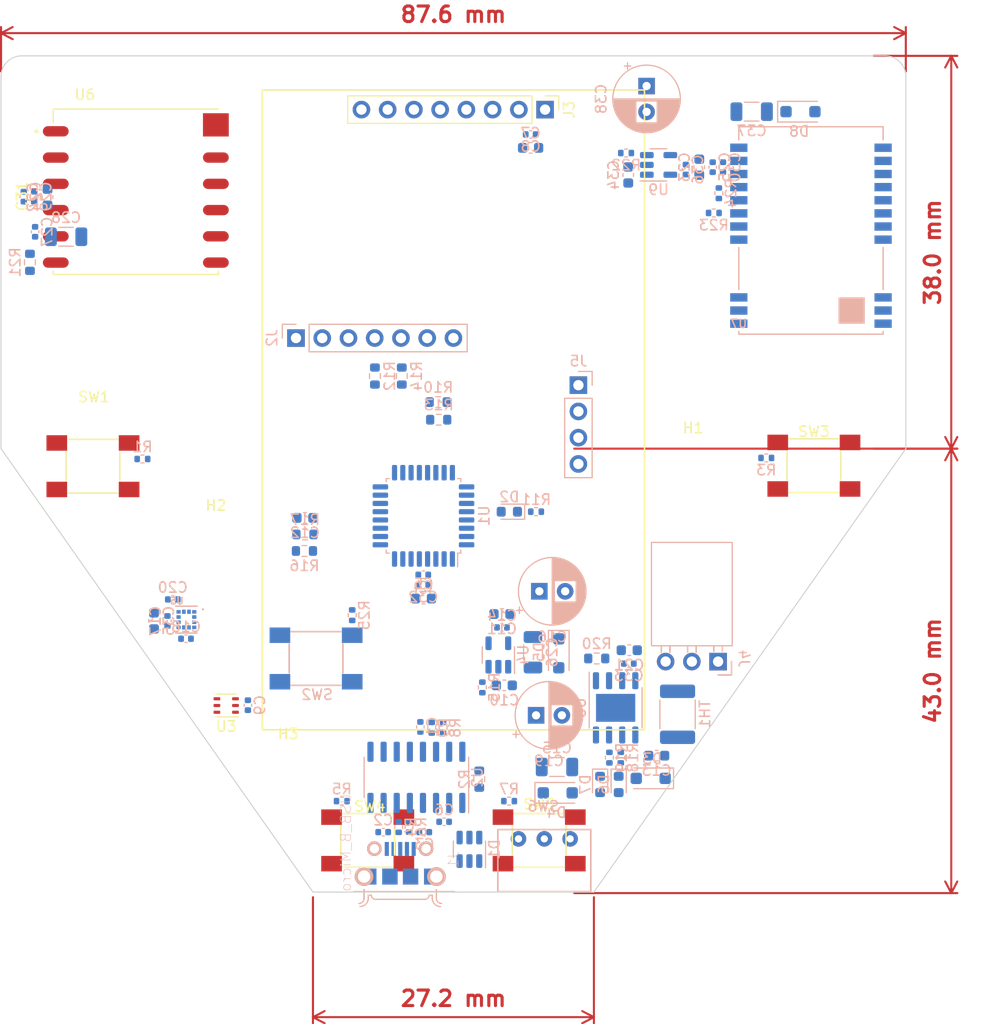
<source format=kicad_pcb>
(kicad_pcb (version 20221018) (generator pcbnew)
  (layers (0 "F.Cu" signal) (1 "In1.Cu" signal) (2 "In2.Cu" signal) (31 "B.Cu" signal) (34 "B.Paste" user) (35 "F.Paste" user) (36 "B.SilkS" user "B.Silkscreen") (37 "F.SilkS" user "F.Silkscreen") (38 "B.Mask" user) (39 "F.Mask" user) (44 "Edge.Cuts" user))
  (net 0 "")
  (net 1 "/~{DTR}")
  (net 2 "Net-(U1-NRST)")
  (net 3 "/USB+")
  (net 4 "GND")
  (net 5 "/USB-")
  (net 6 "VCC")
  (net 7 "+BATT")
  (net 8 "/VBATT_DIV")
  (net 9 "/BATT_DIRECT")
  (net 10 "Net-(U5-C1)")
  (net 11 "VBUS")
  (net 14 "Net-(D2-K)")
  (net 15 "/LED")
  (net 16 "Net-(D6-K)")
  (net 17 "Net-(D7-K)")
  (net 18 "Net-(D7-A)")
  (net 20 "Net-(J2-Pin_4)")
  (net 21 "Net-(J2-Pin_5)")
  (net 22 "/SCL")
  (net 23 "/SDA")
  (net 24 "/SCREEN_DC")
  (net 25 "/SCREEN_CS")
  (net 26 "/SCK")
  (net 27 "/MOSI")
  (net 28 "/SCREEN_RESETN")
  (net 29 "/SCREEN_BLK")
  (net 30 "Net-(J4-Pin_1)")
  (net 32 "/SWDIO")
  (net 33 "/BOOT0")
  (net 34 "/SW1")
  (net 35 "Net-(R1-Pad2)")
  (net 36 "/SW2")
  (net 37 "Net-(R3-Pad2)")
  (net 38 "Net-(U2-UD+)")
  (net 39 "/SW3")
  (net 40 "Net-(R5-Pad2)")
  (net 41 "Net-(U2-UD-)")
  (net 42 "/SW4")
  (net 43 "Net-(R7-Pad2)")
  (net 44 "Net-(U2-TXD)")
  (net 45 "/USART_TXD")
  (net 46 "Net-(U2-RXD)")
  (net 47 "/USART_RXD")
  (net 48 "/AUX1")
  (net 49 "/AUX2")
  (net 50 "Net-(U4-EN)")
  (net 51 "/~{STDBY}")
  (net 52 "/~{CHRG}")
  (net 53 "Net-(U8-PROG)")
  (net 54 "/COMPASS_CS")
  (net 55 "/GPS_RXD")
  (net 56 "/GPS_TXD")
  (net 57 "/MISO")
  (net 78 "/RADIO_PWR")
  (net 79 "Net-(U9-EN)")
  (net 80 "/RADIO_RXEN")
  (net 81 "/RADIO_CS")
  (net 83 "/RADIO_DIO1")
  (net 84 "/RADIO_BUSY")
  (net 85 "Net-(U7-DIO2)")
  (net 90 "Net-(U6-V_BCKP)")
  (net 91 "Net-(U7-RXEN)")
  (net 92 "Net-(U7-TXEN)")
  (net 93 "Net-(R25-Pad1)")
  (footprint "Connector_PinHeader_2.54mm:PinHeader_1x08_P2.54mm_Vertical" (layer "F.Cu") (at 123.675 57.2 -90)
    (fp_text reference "J3" (at 0 -2.33 90) (layer "F.SilkS"))
    (fp_text value "Conn_01x08")
    (pad "1" thru_hole rect (at 0 0 270) (size 1.7 1.7) (drill 1) (layers "*.Cu" "*.Mask") (net 4 "GND"))
    (pad "2" thru_hole oval (at 0 2.54 270) (size 1.7 1.7) (drill 1) (layers "*.Cu" "*.Mask") (net 6 "VCC"))
    (pad "3" thru_hole oval (at 0 5.08 270) (size 1.7 1.7) (drill 1) (layers "*.Cu" "*.Mask") (net 24 "/SCREEN_DC"))
    (pad "4" thru_hole oval (at 0 7.62 270) (size 1.7 1.7) (drill 1) (layers "*.Cu" "*.Mask") (net 25 "/SCREEN_CS"))
    (pad "5" thru_hole oval (at 0 10.16 270) (size 1.7 1.7) (drill 1) (layers "*.Cu" "*.Mask") (net 26 "/SCK"))
    (pad "6" thru_hole oval (at 0 12.7 270) (size 1.7 1.7) (drill 1) (layers "*.Cu" "*.Mask") (net 27 "/MOSI"))
    (pad "7" thru_hole oval (at 0 15.24 270) (size 1.7 1.7) (drill 1) (layers "*.Cu" "*.Mask") (net 28 "/SCREEN_RESETN"))
    (pad "8" thru_hole oval (at 0 17.78 270) (size 1.7 1.7) (drill 1) (layers "*.Cu" "*.Mask") (net 29 "/SCREEN_BLK"))
  )
  (footprint "OptoDevice:Lite-On_LTR-303ALS-01" (layer "F.Cu") (at 92.8 114.85 180)
    (fp_text reference "U3" (at 0 -2.025) (layer "F.SilkS"))
    (fp_text value "LTR-303ALS-01")
    (pad "1" smd roundrect (at -0.9 -0.65 180) (size 0.65 0.3) (layers "F.Cu" "F.Paste" "F.Mask") (net 6 "VCC"))
    (pad "2" smd roundrect (at -0.9 0 180) (size 0.65 0.3) (layers "F.Cu" "F.Paste" "F.Mask"))
    (pad "3" smd roundrect (at -0.9 0.65 180) (size 0.65 0.3) (layers "F.Cu" "F.Paste" "F.Mask") (net 4 "GND"))
    (pad "4" smd roundrect (at 0.9 0.65 180) (size 0.65 0.3) (layers "F.Cu" "F.Paste" "F.Mask") (net 22 "/SCL"))
    (pad "5" smd roundrect (at 0.9 0 180) (size 0.65 0.3) (layers "F.Cu" "F.Paste" "F.Mask"))
    (pad "6" smd roundrect (at 0.9 -0.65 180) (size 0.65 0.3) (layers "F.Cu" "F.Paste" "F.Mask") (net 23 "/SDA"))
  )
  (footprint "Homebrew:SW_TACTILE_5.1MM_TS-1187A-C-D-B" (layer "F.Cu") (at 149.7 91.65)
    (fp_text reference "SW3" (at 0 -3.3) (layer "F.SilkS"))
    (fp_text value "SW_Push" hide)
    (pad "1" smd rect (at -3.5 -2.25) (size 2 1.5) (layers "F.Cu" "F.Paste" "F.Mask") (net 37 "Net-(R3-Pad2)"))
    (pad "1" smd rect (at 3.5 -2.25) (size 2 1.5) (layers "F.Cu" "F.Paste" "F.Mask") (net 37 "Net-(R3-Pad2)"))
    (pad "2" smd rect (at -3.5 2.25) (size 2 1.5) (layers "F.Cu" "F.Paste" "F.Mask") (net 4 "GND"))
    (pad "2" smd rect (at 3.5 2.25) (size 2 1.5) (layers "F.Cu" "F.Paste" "F.Mask") (net 4 "GND"))
  )
  (footprint "Homebrew:SW_TACTILE_5.1MM_TS-1187A-C-D-B" (layer "F.Cu") (at 123.1 127.9)
    (fp_text reference "SW5" (at 0 -3.5) (layer "F.SilkS"))
    (fp_text value "SW_Push" hide)
    (pad "1" smd rect (at -3.5 -2.25) (size 2 1.5) (layers "F.Cu" "F.Paste" "F.Mask") (net 43 "Net-(R7-Pad2)"))
    (pad "1" smd rect (at 3.5 -2.25) (size 2 1.5) (layers "F.Cu" "F.Paste" "F.Mask") (net 43 "Net-(R7-Pad2)"))
    (pad "2" smd rect (at -3.5 2.25) (size 2 1.5) (layers "F.Cu" "F.Paste" "F.Mask") (net 4 "GND"))
    (pad "2" smd rect (at 3.5 2.25) (size 2 1.5) (layers "F.Cu" "F.Paste" "F.Mask") (net 4 "GND"))
  )
  (footprint "MountingHole:MountingHole_3.2mm_M3" (layer "F.Cu") (at 98.8 121.8)
    (fp_text reference "H3" (at 0 -4.2) (layer "F.SilkS"))
    (fp_text value "MountingHole")
    (pad "" np_thru_hole circle (at 0 0) (size 3.2 3.2) (drill 3.2) (layers "*.Cu" "*.Mask"))
  )
  (footprint "Homebrew:SW_TACTILE_5.1MM_TS-1187A-C-D-B" (layer "F.Cu") (at 79.9 91.7)
    (fp_text reference "SW1" (at 0.1 -6.7) (layer "F.SilkS"))
    (fp_text value "SW_Push")
    (pad "1" smd rect (at -3.5 -2.25) (size 2 1.5) (layers "F.Cu" "F.Paste" "F.Mask") (net 35 "Net-(R1-Pad2)"))
    (pad "1" smd rect (at 3.5 -2.25) (size 2 1.5) (layers "F.Cu" "F.Paste" "F.Mask") (net 35 "Net-(R1-Pad2)"))
    (pad "2" smd rect (at -3.5 2.25) (size 2 1.5) (layers "F.Cu" "F.Paste" "F.Mask") (net 4 "GND"))
    (pad "2" smd rect (at 3.5 2.25) (size 2 1.5) (layers "F.Cu" "F.Paste" "F.Mask") (net 4 "GND"))
  )
  (footprint "MountingHole:MountingHole_3.2mm_M3" (layer "F.Cu") (at 91.8 99.7)
    (fp_text reference "H2" (at 0 -4.2) (layer "F.SilkS"))
    (fp_text value "MountingHole")
    (pad "" np_thru_hole circle (at 0 0) (size 3.2 3.2) (drill 3.2) (layers "*.Cu" "*.Mask"))
  )
  (footprint "MountingHole:MountingHole_3.2mm_M3" (layer "F.Cu") (at 138 92.2)
    (fp_text reference "H1" (at 0 -4.2) (layer "F.SilkS"))
    (fp_text value "MountingHole")
    (pad "" np_thru_hole circle (at 0 0) (size 3.2 3.2) (drill 3.2) (layers "*.Cu" "*.Mask"))
  )
  (footprint "Capacitor_SMD:C_0402_1005Metric" (layer "F.Cu") (at 74.2 65.58 90)
    (fp_text reference "C31" (at 0 -1.16 90) (layer "F.SilkS"))
    (fp_text value "100nF")
    (pad "1" smd roundrect (at -0.48 0 90) (size 0.56 0.62) (layers "F.Cu" "F.Paste" "F.Mask") (net 6 "VCC"))
    (pad "2" smd roundrect (at 0.48 0 90) (size 0.56 0.62) (layers "F.Cu" "F.Paste" "F.Mask") (net 4 "GND"))
  )
  (footprint "Homebrew:MODULE_LC86LICMD" (layer "F.Cu") (at 84.05 65.15)
    (fp_text reference "U6" (at -4.932 -9.385) (layer "F.SilkS"))
    (fp_text value "LC86LICMD")
    (pad "1" smd oval (at -7.75 -5.85) (size 2.5 1) (layers "F.Cu" "F.Paste" "F.Mask") (net 55 "/GPS_RXD"))
    (pad "2" smd oval (at -7.75 -3.31) (size 2.5 1) (layers "F.Cu" "F.Paste" "F.Mask") (net 56 "/GPS_TXD"))
    (pad "3" smd oval (at -7.75 -0.77) (size 2.5 1) (layers "F.Cu" "F.Paste" "F.Mask") (net 4 "GND"))
    (pad "4" smd oval (at -7.75 1.77) (size 2.5 1) (layers "F.Cu" "F.Paste" "F.Mask") (net 6 "VCC"))
    (pad "5" smd oval (at -7.75 4.31) (size 2.5 1) (layers "F.Cu" "F.Paste" "F.Mask") (net 90 "Net-(U6-V_BCKP)"))
    (pad "6" smd oval (at -7.75 6.85) (size 2.5 1) (layers "F.Cu" "F.Paste" "F.Mask"))
    (pad "7" smd oval (at 7.75 6.85) (size 2.5 1) (layers "F.Cu" "F.Paste" "F.Mask"))
    (pad "8" smd oval (at 7.75 4.31) (size 2.5 1) (layers "F.Cu" "F.Paste" "F.Mask"))
    (pad "9" smd oval (at 7.75 1.77) (size 2.5 1) (layers "F.Cu" "F.Paste" "F.Mask"))
    (pad "10" smd oval (at 7.75 -0.77) (size 2.5 1) (layers "F.Cu" "F.Paste" "F.Mask"))
    (pad "11" smd oval (at 7.75 -3.31) (size 2.5 1) (layers "F.Cu" "F.Paste" "F.Mask"))
    (pad "12" smd rect (at 7.75 -6.475) (size 2.5 2.25) (layers "F.Cu" "F.Paste" "F.Mask") (net 4 "GND"))
  )
  (footprint "Homebrew:SW_TACTILE_5.1MM_TS-1187A-C-D-B" (layer "F.Cu") (at 106.5 127.9)
    (fp_text reference "SW4" (at 0.2 -3.3) (layer "F.SilkS"))
    (fp_text value "SW_Push" hide)
    (pad "1" smd rect (at -3.5 -2.25) (size 2 1.5) (layers "F.Cu" "F.Paste" "F.Mask") (net 40 "Net-(R5-Pad2)"))
    (pad "1" smd rect (at 3.5 -2.25) (size 2 1.5) (layers "F.Cu" "F.Paste" "F.Mask") (net 40 "Net-(R5-Pad2)"))
    (pad "2" smd rect (at -3.5 2.25) (size 2 1.5) (layers "F.Cu" "F.Paste" "F.Mask") (net 4 "GND"))
    (pad "2" smd rect (at 3.5 2.25) (size 2 1.5) (layers "F.Cu" "F.Paste" "F.Mask") (net 4 "GND"))
  )
  (footprint "Resistor_SMD:R_0603_1608Metric" (layer "B.Cu") (at 113.375 87.2 180)
    (fp_text reference "R13" (at 0 1.43) (layer "B.SilkS") (effects (justify mirror)))
    (fp_text value "3k3")
    (pad "1" smd roundrect (at -0.825 0 180) (size 0.8 0.95) (layers "B.Cu" "B.Paste" "B.Mask") (net 6 "VCC"))
    (pad "2" smd roundrect (at 0.825 0 180) (size 0.8 0.95) (layers "B.Cu" "B.Paste" "B.Mask") (net 23 "/SDA"))
  )
  (footprint "Homebrew:CP_Radial_D6.3mm_P2.50mm_470uF" (layer "B.Cu") (at 123.117621 103.8)
    (fp_text reference "C16" (at 1.25 4.4 180) (layer "B.SilkS") (effects (justify mirror)))
    (fp_text value "470uF")
    (pad "1" thru_hole rect (at 0 0) (size 1.6 1.6) (drill 0.8) (layers "*.Cu" "*.Mask") (net 6 "VCC"))
    (pad "2" thru_hole circle (at 2.5 0) (size 1.6 1.6) (drill 0.8) (layers "*.Cu" "*.Mask") (net 4 "GND"))
  )
  (footprint "Capacitor_SMD:C_0603_1608Metric" (layer "B.Cu") (at 131.725 63.525 -90)
    (fp_text reference "C34" (at 0 1.43 -270) (layer "B.SilkS") (effects (justify mirror)))
    (fp_text value "10uF")
    (pad "1" smd roundrect (at -0.775 0 270) (size 0.9 0.95) (layers "B.Cu" "B.Paste" "B.Mask") (net 4 "GND"))
    (pad "2" smd roundrect (at 0.775 0 270) (size 0.9 0.95) (layers "B.Cu" "B.Paste" "B.Mask") (net 7 "+BATT"))
  )
  (footprint "Capacitor_SMD:C_0402_1005Metric" (layer "B.Cu") (at 111.88 102.2)
    (fp_text reference "C4" (at 0 1.16) (layer "B.SilkS") (effects (justify mirror)))
    (fp_text value "100nF")
    (pad "1" smd roundrect (at -0.48 0) (size 0.56 0.62) (layers "B.Cu" "B.Paste" "B.Mask") (net 4 "GND"))
    (pad "2" smd roundrect (at 0.48 0) (size 0.56 0.62) (layers "B.Cu" "B.Paste" "B.Mask") (net 6 "VCC"))
  )
  (footprint "Capacitor_SMD:C_0402_1005Metric" (layer "B.Cu") (at 140.9 62.77 90)
    (fp_text reference "C30" (at 0 1.16 90) (layer "B.SilkS") (effects (justify mirror)))
    (fp_text value "100nF")
    (pad "1" smd roundrect (at -0.48 0 90) (size 0.56 0.62) (layers "B.Cu" "B.Paste" "B.Mask") (net 78 "/RADIO_PWR"))
    (pad "2" smd roundrect (at 0.48 0 90) (size 0.56 0.62) (layers "B.Cu" "B.Paste" "B.Mask") (net 4 "GND"))
  )
  (footprint "LED_SMD:LED_0603_1608Metric" (layer "B.Cu") (at 130.8 122.4875 -90)
    (fp_text reference "D6" (at 0 1.43 -270) (layer "B.SilkS") (effects (justify mirror)))
    (fp_text value "WHITE")
    (pad "1" smd roundrect (at -0.7875 0 270) (size 0.875 0.95) (layers "B.Cu" "B.Paste" "B.Mask") (net 16 "Net-(D6-K)"))
    (pad "2" smd roundrect (at 0.7875 0 270) (size 0.875 0.95) (layers "B.Cu" "B.Paste" "B.Mask") (net 11 "VBUS"))
  )
  (footprint "Connector_PinHeader_2.54mm:PinHeader_1x04_P2.54mm_Vertical" (layer "B.Cu") (at 126.9 83.86 180)
    (fp_text reference "J5" (at 0 2.33) (layer "B.SilkS") (effects (justify mirror)))
    (fp_text value "Conn_01x04")
    (pad "1" thru_hole rect (at 0 0 180) (size 1.7 1.7) (drill 1) (layers "*.Cu" "*.Mask") (net 6 "VCC"))
    (pad "2" thru_hole oval (at 0 -2.54 180) (size 1.7 1.7) (drill 1) (layers "*.Cu" "*.Mask") (net 4 "GND"))
    (pad "3" thru_hole oval (at 0 -5.08 180) (size 1.7 1.7) (drill 1) (layers "*.Cu" "*.Mask") (net 32 "/SWDIO"))
    (pad "4" thru_hole oval (at 0 -7.62 180) (size 1.7 1.7) (drill 1) (layers "*.Cu" "*.Mask") (net 33 "/BOOT0"))
  )
  (footprint "Homebrew:SS-12D03-G5" (layer "B.Cu") (at 123.6 127.75 180)
    (fp_text reference "SW6" (at 0.1 3.15 unlocked) (layer "B.SilkS") (effects (justify mirror)))
    (fp_text value "SW_SPDT")
    (pad "1" thru_hole circle (at -2.5 0 180) (size 1.5 1.5) (drill 0.7) (layers "*.Cu" "*.Mask") (net 9 "/BATT_DIRECT"))
    (pad "2" thru_hole circle (at 0 0 180) (size 1.5 1.5) (drill 0.7) (layers "*.Cu" "*.Mask") (net 7 "+BATT"))
    (pad "3" thru_hole circle (at 2.5 0 180) (size 1.5 1.5) (drill 0.7) (layers "*.Cu" "*.Mask"))
  )
  (footprint "Capacitor_SMD:C_0402_1005Metric" (layer "B.Cu") (at 74.2 65.62 90)
    (fp_text reference "C29" (at 0 1.16 90) (layer "B.SilkS") (effects (justify mirror)))
    (fp_text value "100nF")
    (pad "1" smd roundrect (at -0.48 0 90) (size 0.56 0.62) (layers "B.Cu" "B.Paste" "B.Mask") (net 6 "VCC"))
    (pad "2" smd roundrect (at 0.48 0 90) (size 0.56 0.62) (layers "B.Cu" "B.Paste" "B.Mask") (net 4 "GND"))
  )
  (footprint "Resistor_SMD:R_0402_1005Metric" (layer "B.Cu") (at 109.5 126.61 90)
    (fp_text reference "R4" (at 0 1.17 90) (layer "B.SilkS") (effects (justify mirror)))
    (fp_text value "22")
    (pad "1" smd roundrect (at -0.51 0 90) (size 0.54 0.64) (layers "B.Cu" "B.Paste" "B.Mask") (net 3 "/USB+"))
    (pad "2" smd roundrect (at 0.51 0 90) (size 0.54 0.64) (layers "B.Cu" "B.Paste" "B.Mask") (net 38 "Net-(U2-UD+)"))
  )
  (footprint "Capacitor_SMD:C_0402_1005Metric" (layer "B.Cu") (at 111.6 116.92 90)
    (fp_text reference "C1" (at 0 1.16 90) (layer "B.SilkS") (effects (justify mirror)))
    (fp_text value "100nF")
    (pad "1" smd roundrect (at -0.48 0 90) (size 0.56 0.62) (layers "B.Cu" "B.Paste" "B.Mask") (net 1 "/~{DTR}"))
    (pad "2" smd roundrect (at 0.48 0 90) (size 0.56 0.62) (layers "B.Cu" "B.Paste" "B.Mask") (net 2 "Net-(U1-NRST)"))
  )
  (footprint "Capacitor_SMD:C_0603_1608Metric" (layer "B.Cu") (at 100.425 96.7)
    (fp_text reference "C12" (at 0 1.43) (layer "B.SilkS") (effects (justify mirror)))
    (fp_text value "10uF")
    (pad "1" smd roundrect (at -0.775 0) (size 0.9 0.95) (layers "B.Cu" "B.Paste" "B.Mask") (net 4 "GND"))
    (pad "2" smd roundrect (at 0.775 0) (size 0.9 0.95) (layers "B.Cu" "B.Paste" "B.Mask") (net 8 "/VBATT_DIV"))
  )
  (footprint "Capacitor_SMD:C_1206_3216Metric" (layer "B.Cu") (at 124.825 120.8 180)
    (fp_text reference "C15" (at 0 1.85) (layer "B.SilkS") (effects (justify mirror)))
    (fp_text value "47uF")
    (pad "1" smd roundrect (at -1.475 0 180) (size 1.15 1.8) (layers "B.Cu" "B.Paste" "B.Mask") (roundrect_rratio 0.2173913043) (net 4 "GND"))
    (pad "2" smd roundrect (at 1.475 0 180) (size 1.15 1.8) (layers "B.Cu" "B.Paste" "B.Mask") (roundrect_rratio 0.2173913043) (net 7 "+BATT"))
  )
  (footprint "Capacitor_SMD:C_0603_1608Metric" (layer "B.Cu") (at 111.9 104.5 180)
    (fp_text reference "C5" (at 0 1.43) (layer "B.SilkS") (effects (justify mirror)))
    (fp_text value "10uF")
    (pad "1" smd roundrect (at -0.775 0 180) (size 0.9 0.95) (layers "B.Cu" "B.Paste" "B.Mask") (net 6 "VCC"))
    (pad "2" smd roundrect (at 0.775 0 180) (size 0.9 0.95) (layers "B.Cu" "B.Paste" "B.Mask") (net 4 "GND"))
  )
  (footprint "Capacitor_SMD:C_0402_1005Metric" (layer "B.Cu") (at 139.9 62.77 90)
    (fp_text reference "C25" (at 0 1.16 90) (layer "B.SilkS") (effects (justify mirror)))
    (fp_text value "100nF")
    (pad "1" smd roundrect (at -0.48 0 90) (size 0.56 0.62) (layers "B.Cu" "B.Paste" "B.Mask") (net 78 "/RADIO_PWR"))
    (pad "2" smd roundrect (at 0.48 0 90) (size 0.56 0.62) (layers "B.Cu" "B.Paste" "B.Mask") (net 4 "GND"))
  )
  (footprint "Resistor_SMD:R_0603_1608Metric" (layer "B.Cu") (at 117.3 121.975 -90)
    (fp_text reference "R2" (at 0 1.43 -270) (layer "B.SilkS") (effects (justify mirror)))
    (fp_text value "3k3")
    (pad "1" smd roundrect (at -0.825 0 270) (size 0.8 0.95) (layers "B.Cu" "B.Paste" "B.Mask") (net 33 "/BOOT0"))
    (pad "2" smd roundrect (at 0.825 0 270) (size 0.8 0.95) (layers "B.Cu" "B.Paste" "B.Mask") (net 11 "VBUS"))
  )
  (footprint "Capacitor_SMD:C_0402_1005Metric" (layer "B.Cu") (at 73.2 65.62 90)
    (fp_text reference "C24" (at 0 1.16 90) (layer "B.SilkS") (effects (justify mirror)))
    (fp_text value "100nF")
    (pad "1" smd roundrect (at -0.48 0 90) (size 0.56 0.62) (layers "B.Cu" "B.Paste" "B.Mask") (net 6 "VCC"))
    (pad "2" smd roundrect (at 0.48 0 90) (size 0.56 0.62) (layers "B.Cu" "B.Paste" "B.Mask") (net 4 "GND"))
  )
  (footprint "Resistor_SMD:R_0402_1005Metric" (layer "B.Cu") (at 140.5 65.29 90)
    (fp_text reference "R24" (at 0 1.17 90) (layer "B.SilkS") (effects (justify mirror)))
    (fp_text value "220")
    (pad "1" smd roundrect (at -0.51 0 90) (size 0.54 0.64) (layers "B.Cu" "B.Paste" "B.Mask") (net 92 "Net-(U7-TXEN)"))
    (pad "2" smd roundrect (at 0.51 0 90) (size 0.54 0.64) (layers "B.Cu" "B.Paste" "B.Mask") (net 85 "Net-(U7-DIO2)"))
  )
  (footprint "Capacitor_SMD:C_0402_1005Metric" (layer "B.Cu") (at 111.88 103.2)
    (fp_text reference "C32" (at 0 1.16) (layer "B.SilkS") (effects (justify mirror)))
    (fp_text value "100nF")
    (pad "1" smd roundrect (at -0.48 0) (size 0.56 0.62) (layers "B.Cu" "B.Paste" "B.Mask") (net 4 "GND"))
    (pad "2" smd roundrect (at 0.48 0) (size 0.56 0.62) (layers "B.Cu" "B.Paste" "B.Mask") (net 6 "VCC"))
  )
  (footprint "Capacitor_SMD:C_0603_1608Metric" (layer "B.Cu") (at 134.475 119.7)
    (fp_text reference "C13" (at 0 1.43) (layer "B.SilkS") (effects (justify mirror)))
    (fp_text value "10uF")
    (pad "1" smd roundrect (at -0.775 0) (size 0.9 0.95) (layers "B.Cu" "B.Paste" "B.Mask") (net 4 "GND"))
    (pad "2" smd roundrect (at 0.775 0) (size 0.9 0.95) (layers "B.Cu" "B.Paste" "B.Mask") (net 9 "/BATT_DIRECT"))
  )
  (footprint "Package_TO_SOT_SMD:SOT-23-5" (layer "B.Cu") (at 134.6625 62.55)
    (fp_text reference "U9" (at 0 2.4) (layer "B.SilkS") (effects (justify mirror)))
    (fp_text value "MIC5365-3.3YD5")
    (pad "1" smd roundrect (at -1.1375 0.95) (size 1.325 0.6) (layers "B.Cu" "B.Paste" "B.Mask") (net 7 "+BATT"))
    (pad "2" smd roundrect (at -1.1375 0) (size 1.325 0.6) (layers "B.Cu" "B.Paste" "B.Mask") (net 4 "GND"))
    (pad "3" smd roundrect (at -1.1375 -0.95) (size 1.325 0.6) (layers "B.Cu" "B.Paste" "B.Mask") (net 79 "Net-(U9-EN)"))
    (pad "4" smd roundrect (at 1.1375 -0.95) (size 1.325 0.6) (layers "B.Cu" "B.Paste" "B.Mask"))
    (pad "5" smd roundrect (at 1.1375 0.95) (size 1.325 0.6) (layers "B.Cu" "B.Paste" "B.Mask") (net 78 "/RADIO_PWR"))
  )
  (footprint "Homebrew:SW_TACTILE_5.1MM_TS-1187A-C-D-B" (layer "B.Cu") (at 101.5 110.3)
    (fp_text reference "SW2" (at 0.1 3.5) (layer "B.SilkS") (effects (justify mirror)))
    (fp_text value "SW_Push" hide)
    (pad "1" smd rect (at -3.5 2.25) (size 2 1.5) (layers "B.Cu" "B.Paste" "B.Mask") (net 4 "GND"))
    (pad "1" smd rect (at 3.5 2.25) (size 2 1.5) (layers "B.Cu" "B.Paste" "B.Mask") (net 4 "GND"))
    (pad "2" smd rect (at -3.5 -2.25) (size 2 1.5) (layers "B.Cu" "B.Paste" "B.Mask") (net 93 "Net-(R25-Pad1)"))
    (pad "2" smd rect (at 3.5 -2.25) (size 2 1.5) (layers "B.Cu" "B.Paste" "B.Mask") (net 93 "Net-(R25-Pad1)"))
  )
  (footprint "Capacitor_SMD:C_0603_1608Metric" (layer "B.Cu") (at 122.275 60.9 180)
    (fp_text reference "C7" (at 0 1.43) (layer "B.SilkS") (effects (justify mirror)))
    (fp_text value "10uF")
    (pad "1" smd roundrect (at -0.775 0 180) (size 0.9 0.95) (layers "B.Cu" "B.Paste" "B.Mask") (net 4 "GND"))
    (pad "2" smd roundrect (at 0.775 0 180) (size 0.9 0.95) (layers "B.Cu" "B.Paste" "B.Mask") (net 6 "VCC"))
  )
  (footprint "Fuse:Fuse_1812_4532Metric_Pad1.30x3.40mm_HandSolder" (layer "B.Cu") (at 136.5 115.7 90)
    (fp_text reference "TH1" (at 0 2.65 90) (layer "B.SilkS") (effects (justify mirror)))
    (fp_text value "Thermistor_PTC")
    (pad "1" smd roundrect (at -2.225 0 90) (size 1.3 3.4) (layers "B.Cu" "B.Paste" "B.Mask") (roundrect_rratio 0.1923076923) (net 9 "/BATT_DIRECT"))
    (pad "2" smd roundrect (at 2.225 0 90) (size 1.3 3.4) (layers "B.Cu" "B.Paste" "B.Mask") (roundrect_rratio 0.1923076923) (net 30 "Net-(J4-Pin_1)"))
  )
  (footprint "Capacitor_SMD:C_0402_1005Metric" (layer "B.Cu") (at 87.63 104.59 180)
    (fp_text reference "C20" (at 0 1.16) (layer "B.SilkS") (effects (justify mirror)))
    (fp_text value "100nF")
    (pad "1" smd roundrect (at -0.48 0 180) (size 0.56 0.62) (layers "B.Cu" "B.Paste" "B.Mask") (net 6 "VCC"))
    (pad "2" smd roundrect (at 0.48 0 180) (size 0.56 0.62) (layers "B.Cu" "B.Paste" "B.Mask") (net 4 "GND"))
  )
  (footprint "Package_TO_SOT_SMD:SOT-23-5" (layer "B.Cu") (at 119.15 109.9625 90)
    (fp_text reference "U4" (at 0 2.4 90) (layer "B.SilkS") (effects (justify mirror)))
    (fp_text value "MIC5365-3.3YD5")
    (pad "1" smd roundrect (at -1.1375 0.95 90) (size 1.325 0.6) (layers "B.Cu" "B.Paste" "B.Mask") (net 7 "+BATT"))
    (pad "2" smd roundrect (at -1.1375 0 90) (size 1.325 0.6) (layers "B.Cu" "B.Paste" "B.Mask") (net 4 "GND"))
    (pad "3" smd roundrect (at -1.1375 -0.95 90) (size 1.325 0.6) (layers "B.Cu" "B.Paste" "B.Mask") (net 50 "Net-(U4-EN)"))
    (pad "4" smd roundrect (at 1.1375 -0.95 90) (size 1.325 0.6) (layers "B.Cu" "B.Paste" "B.Mask"))
    (pad "5" smd roundrect (at 1.1375 0.95 90) (size 1.325 0.6) (layers "B.Cu" "B.Paste" "B.Mask") (net 6 "VCC"))
  )
  (footprint "Capacitor_SMD:C_0402_1005Metric" (layer "B.Cu") (at 119.5 107.3 180)
    (fp_text reference "C14" (at 0 1.16) (layer "B.SilkS") (effects (justify mirror)))
    (fp_text value "100nF")
    (pad "1" smd roundrect (at -0.48 0 180) (size 0.56 0.62) (layers "B.Cu" "B.Paste" "B.Mask") (net 6 "VCC"))
    (pad "2" smd roundrect (at 0.48 0 180) (size 0.56 0.62) (layers "B.Cu" "B.Paste" "B.Mask") (net 4 "GND"))
  )
  (footprint "Resistor_SMD:R_0603_1608Metric" (layer "B.Cu") (at 100.425 98.3 180)
    (fp_text reference "R17" (at 0 1.43) (layer "B.SilkS") (effects (justify mirror)))
    (fp_text value "180k")
    (pad "1" smd roundrect (at -0.825 0 180) (size 0.8 0.95) (layers "B.Cu" "B.Paste" "B.Mask") (net 8 "/VBATT_DIV"))
    (pad "2" smd roundrect (at 0.825 0 180) (size 0.8 0.95) (layers "B.Cu" "B.Paste" "B.Mask") (net 4 "GND"))
  )
  (footprint "Connector_PinHeader_2.54mm:PinHeader_1x07_P2.54mm_Vertical" (layer "B.Cu") (at 99.56 79.3 -90)
    (fp_text reference "J2" (at 0 2.33 -270) (layer "B.SilkS") (effects (justify mirror)))
    (fp_text value "Conn_01x07")
    (pad "1" thru_hole rect (at 0 0 270) (size 1.7 1.7) (drill 1) (layers "*.Cu" "*.Mask") (net 4 "GND"))
    (pad "2" thru_hole oval (at 0 -2.54 270) (size 1.7 1.7) (drill 1) (layers "*.Cu" "*.Mask") (net 6 "VCC"))
    (pad "3" thru_hole oval (at 0 -5.08 270) (size 1.7 1.7) (drill 1) (layers "*.Cu" "*.Mask") (net 7 "+BATT"))
    (pad "4" thru_hole oval (at 0 -7.62 270) (size 1.7 1.7) (drill 1) (layers "*.Cu" "*.Mask") (net 20 "Net-(J2-Pin_4)"))
    (pad "5" thru_hole oval (at 0 -10.16 270) (size 1.7 1.7) (drill 1) (layers "*.Cu" "*.Mask") (net 21 "Net-(J2-Pin_5)"))
    (pad "6" thru_hole oval (at 0 -12.7 270) (size 1.7 1.7) (drill 1) (layers "*.Cu" "*.Mask") (net 22 "/SCL"))
    (pad "7" thru_hole oval (at 0 -15.24 270) (size 1.7 1.7) (drill 1) (layers "*.Cu" "*.Mask") (net 23 "/SDA"))
  )
  (footprint "Resistor_SMD:R_0603_1608Metric" (layer "B.Cu") (at 107.2 82.975 90)
    (fp_text reference "R12" (at 0 1.43 90) (layer "B.SilkS") (effects (justify mirror)))
    (fp_text value "1k")
    (pad "1" smd roundrect (at -0.825 0 90) (size 0.8 0.95) (layers "B.Cu" "B.Paste" "B.Mask") (net 48 "/AUX1"))
    (pad "2" smd roundrect (at 0.825 0 90) (size 0.8 0.95) (layers "B.Cu" "B.Paste" "B.Mask") (net 20 "Net-(J2-Pin_4)"))
  )
  (footprint "Resistor_SMD:R_0603_1608Metric" (layer "B.Cu") (at 100.375 99.9)
    (fp_text reference "R16" (at 0 1.43) (layer "B.SilkS") (effects (justify mirror)))
    (fp_text value "62k")
    (pad "1" smd roundrect (at -0.825 0) (size 0.8 0.95) (layers "B.Cu" "B.Paste" "B.Mask") (net 7 "+BATT"))
    (pad "2" smd roundrect (at 0.825 0) (size 0.8 0.95) (layers "B.Cu" "B.Paste" "B.Mask") (net 8 "/VBATT_DIV"))
  )
  (footprint "Homebrew:SOP-8_3.9x4.9mm_P1.27mm_Thermal" (layer "B.Cu") (at 130.505 115.075 -90)
    (fp_text reference "U8" (at 0 3.4 90) (layer "B.SilkS") (effects (justify mirror)))
    (fp_text value "TP4056")
    (pad "1" smd roundrect (at -2.625 1.905 270) (size 1.65 0.6) (layers "B.Cu" "B.Paste" "B.Mask") (net 4 "GND"))
    (pad "2" smd roundrect (at -2.625 0.635 270) (size 1.65 0.6) (layers "B.Cu" "B.Paste" "B.Mask") (net 53 "Net-(U8-PROG)"))
    (pad "3" smd roundrect (at -2.625 -0.635 270) (size 1.65 0.6) (layers "B.Cu" "B.Paste" "B.Mask") (net 4 "GND"))
    (pad "4" smd roundrect (at -2.625 -1.905 270) (size 1.65 0.6) (layers "B.Cu" "B.Paste" "B.Mask") (net 11 "VBUS"))
    (pad "5" smd roundrect (at 2.625 -1.905 270) (size 1.65 0.6) (layers "B.Cu" "B.Paste" "B.Mask") (net 9 "/BATT_DIRECT"))
    (pad "6" smd roundrect (at 2.625 -0.635 270) (size 1.65 0.6) (layers "B.Cu" "B.Paste" "B.Mask") (net 51 "/~{STDBY}"))
    (pad "7" smd roundrect (at 2.625 0.635 270) (size 1.65 0.6) (layers "B.Cu" "B.Paste" "B.Mask") (net 52 "/~{CHRG}"))
    (pad "8" smd roundrect (at 2.625 1.905 270) (size 1.65 0.6) (layers "B.Cu" "B.Paste" "B.Mask") (net 18 "Net-(D7-A)"))
    (pad "~" smd rect (at 0 0 270) (size 2.7 3.8) (layers "B.Cu" "B.Paste" "B.Mask"))
  )
  (footprint "Homebrew:PQFN50P200X200X70-12N" (layer "B.Cu") (at 88.95 106.54 180)
    (fp_text reference "U5" (at 0.932 1.8064) (layer "B.SilkS") (effects (font (size 0.64 0.64)) (justify mirror)))
    (fp_text value "LIS2MDLTR")
    (pad "1" smd roundrect (at -0.76 0.75 180) (size 0.41 0.35) (layers "B.Cu" "B.Paste" "B.Mask") (roundrect_rratio 0.09) (net 26 "/SCK"))
    (pad "2" smd roundrect (at -0.76 0.25 180) (size 0.41 0.35) (layers "B.Cu" "B.Paste" "B.Mask") (roundrect_rratio 0.09))
    (pad "3" smd roundrect (at -0.76 -0.25 180) (size 0.41 0.35) (layers "B.Cu" "B.Paste" "B.Mask") (roundrect_rratio 0.09) (net 54 "/COMPASS_CS"))
    (pad "4" smd roundrect (at -0.76 -0.75 180) (size 0.41 0.35) (layers "B.Cu" "B.Paste" "B.Mask") (roundrect_rratio 0.09) (net 27 "/MOSI"))
    (pad "5" smd roundrect (at -0.25 -0.76 90) (size 0.41 0.35) (layers "B.Cu" "B.Paste" "B.Mask") (roundrect_rratio 0.09) (net 10 "Net-(U5-C1)"))
    (pad "6" smd roundrect (at 0.25 -0.76 90) (size 0.41 0.35) (layers "B.Cu" "B.Paste" "B.Mask") (roundrect_rratio 0.09) (net 4 "GND"))
    (pad "7" smd roundrect (at 0.76 -0.75 180) (size 0.41 0.35) (layers "B.Cu" "B.Paste" "B.Mask") (roundrect_rratio 0.09) (net 57 "/MISO"))
    (pad "8" smd roundrect (at 0.76 -0.25 180) (size 0.41 0.35) (layers "B.Cu" "B.Paste" "B.Mask") (roundrect_rratio 0.09) (net 4 "GND"))
    (pad "9" smd roundrect (at 0.76 0.25 180) (size 0.41 0.35) (layers "B.Cu" "B.Paste" "B.Mask") (roundrect_rratio 0.09) (net 6 "VCC"))
    (pad "10" smd roundrect (at 0.76 0.75 180) (size 0.41 0.35) (layers "B.Cu" "B.Paste" "B.Mask") (roundrect_rratio 0.09) (net 6 "VCC"))
    (pad "11" smd roundrect (at 0.25 0.76 90) (size 0.41 0.35) (layers "B.Cu" "B.Paste" "B.Mask") (roundrect_rratio 0.09))
    (pad "12" smd roundrect (at -0.25 0.76 90) (size 0.41 0.35) (layers "B.Cu" "B.Paste" "B.Mask") (roundrect_rratio 0.09))
  )
  (footprint "Resistor_SMD:R_0402_1005Metric" (layer "B.Cu") (at 122.8 96.1 180)
    (fp_text reference "R11" (at 0 1.17) (layer "B.SilkS") (effects (justify mirror)))
    (fp_text value "1k")
    (pad "1" smd roundrect (at -0.51 0 180) (size 0.54 0.64) (layers "B.Cu" "B.Paste" "B.Mask") (net 14 "Net-(D2-K)"))
    (pad "2" smd roundrect (at 0.51 0 180) (size 0.54 0.64) (layers "B.Cu" "B.Paste" "B.Mask") (net 4 "GND"))
  )
  (footprint "Resistor_SMD:R_0402_1005Metric" (layer "B.Cu") (at 131 119.89 90)
    (fp_text reference "R18" (at 0 1.17 90) (layer "B.SilkS") (effects (justify mirror)))
    (fp_text value "1k")
    (pad "1" smd roundrect (at -0.51 0 90) (size 0.54 0.64) (layers "B.Cu" "B.Paste" "B.Mask") (net 16 "Net-(D6-K)"))
    (pad "2" smd roundrect (at 0.51 0 90) (size 0.54 0.64) (layers "B.Cu" "B.Paste" "B.Mask") (net 51 "/~{STDBY}"))
  )
  (footprint "LED_SMD:LED_0603_1608Metric" (layer "B.Cu") (at 120.2125 96.1 180)
    (fp_text reference "D2" (at 0 1.43) (layer "B.SilkS") (effects (justify mirror)))
    (fp_text value "RED")
    (pad "1" smd roundrect (at -0.7875 0 180) (size 0.875 0.95) (layers "B.Cu" "B.Paste" "B.Mask") (net 14 "Net-(D2-K)"))
    (pad "2" smd roundrect (at 0.7875 0 180) (size 0.875 0.95) (layers "B.Cu" "B.Paste" "B.Mask") (net 15 "/LED"))
  )
  (footprint "Homebrew:E22-900M22S" (layer "B.Cu") (at 142.43 77.908)
    (fp_text reference "U7" (at 0 0) (layer "B.SilkS") (effects (font (size 0.787402 0.787402)) (justify mirror)))
    (fp_text value "E22-900M22S")
    (pad "1" smd rect (at 0 0) (size 1.6764 0.8128) (layers "B.Cu" "B.Paste" "B.Mask") (net 4 "GND"))
    (pad "2" smd rect (at 0 -1.27) (size 1.6764 0.8128) (layers "B.Cu" "B.Paste" "B.Mask") (net 4 "GND"))
    (pad "3" smd rect (at 0 -2.54) (size 1.6764 0.8128) (layers "B.Cu" "B.Paste" "B.Mask") (net 4 "GND"))
    (pad "4" smd rect (at 0 -8.128) (size 1.6764 0.8128) (layers "B.Cu" "B.Paste" "B.Mask") (net 4 "GND"))
    (pad "5" smd rect (at 0 -9.398) (size 1.6764 0.8128) (layers "B.Cu" "B.Paste" "B.Mask") (net 4 "GND"))
    (pad "6" smd rect (at 0 -10.668) (size 1.6764 0.8128) (layers "B.Cu" "B.Paste" "B.Mask") (net 91 "Net-(U7-RXEN)"))
    (pad "7" smd rect (at 0 -11.938) (size 1.6764 0.8128) (layers "B.Cu" "B.Paste" "B.Mask") (net 92 "Net-(U7-TXEN)"))
    (pad "8" smd rect (at 0 -13.208) (size 1.6764 0.8128) (layers "B.Cu" "B.Paste" "B.Mask") (net 85 "Net-(U7-DIO2)"))
    (pad "9" smd rect (at 0 -14.478) (size 1.6764 0.8128) (layers "B.Cu" "B.Paste" "B.Mask") (net 78 "/RADIO_PWR"))
    (pad "10" smd rect (at 0 -15.748) (size 1.6764 0.8128) (layers "B.Cu" "B.Paste" "B.Mask") (net 4 "GND"))
    (pad "11" smd rect (at 0 -17.018) (size 1.6764 0.8128) (layers "B.Cu" "B.Paste" "B.Mask") (net 4 "GND"))
    (pad "12" smd rect (at 13.97 -17.018) (size 1.6764 0.8128) (layers "B.Cu" "B.Paste" "B.Mask") (net 4 "GND"))
    (pad "13" smd rect (at 13.97 -15.748) (size 1.6764 0.8128) (layers "B.Cu" "B.Paste" "B.Mask") (net 83 "/RADIO_DIO1"))
    (pad "14" smd rect (at 13.97 -14.478) (size 1.6764 0.8128) (layers "B.Cu" "B.Paste" "B.Mask") (net 84 "/RADIO_BUSY"))
    (pad "15" smd rect (at 13.97 -13.208) (size 1.6764 0.8128) (layers "B.Cu" "B.Paste" "B.Mask"))
    (pad "16" smd rect (at 13.97 -11.938) (size 1.6764 0.8128) (layers "B.Cu" "B.Paste" "B.Mask") (net 57 "/MISO"))
    (pad "17" smd rect (at 13.97 -10.668) (size 1.6764 0.8128) (layers "B.Cu" "B.Paste" "B.Mask") (net 27 "/MOSI"))
    (pad "18" smd rect (at 13.97 -9.398) (size 1.6764 0.8128) (layers "B.Cu" "B.Paste" "B.Mask") (net 26 "/SCK"))
    (pad "19" smd rect (at 13.97 -8.128) (size 1.6764 0.8128) (layers "B.Cu" "B.Paste" "B.Mask") (net 81 "/RADIO_CS"))
    (pad "20" smd rect (at 13.97 -2.54) (size 1.6764 0.8128) (layers "B.Cu" "B.Paste" "B.Mask") (net 4 "GND"))
    (pad "21" smd rect (at 13.97 -1.27) (size 1.6764 0.8128) (layers "B.Cu" "B.Paste" "B.Mask"))
    (pad "22" smd rect (at 13.97 0) (size 1.6764 0.8128) (layers "B.Cu" "B.Paste" "B.Mask") (net 4 "GND"))
  )
  (footprint "Capacitor_SMD:C_0402_1005Metric" (layer "B.Cu") (at 87.11 106.67 -90)
    (fp_text reference "C17" (at 0 1.16 -270) (layer "B.SilkS") (effects (justify mirror)))
    (fp_text value "100nF")
    (pad "1" smd roundrect (at -0.48 0 270) (size 0.56 0.62) (layers "B.Cu" "B.Paste" "B.Mask") (net 6 "VCC"))
    (pad "2" smd roundrect (at 0.48 0 270) (size 0.56 0.62) (layers "B.Cu" "B.Paste" "B.Mask") (net 4 "GND"))
  )
  (footprint "Homebrew:CP_Radial_D6.3mm_P2.50mm_470uF" (layer "B.Cu") (at 122.8 115.8)
    (fp_text reference "C19" (at 1.25 4.4 180) (layer "B.SilkS") (effects (justify mirror)))
    (fp_text value "470uF")
    (pad "1" thru_hole rect (at 0 0) (size 1.6 1.6) (drill 0.8) (layers "*.Cu" "*.Mask") (net 7 "+BATT"))
    (pad "2" thru_hole circle (at 2.5 0) (size 1.6 1.6) (drill 0.8) (layers "*.Cu" "*.Mask") (net 4 "GND"))
  )
  (footprint "Capacitor_SMD:C_0603_1608Metric" (layer "B.Cu") (at 75.5 65.675 -90)
    (fp_text reference "C22" (at 0 1.43 -270) (layer "B.SilkS") (effects (justify mirror)))
    (fp_text value "10uF")
    (pad "1" smd roundrect (at -0.775 0 270) (size 0.9 0.95) (layers "B.Cu" "B.Paste" "B.Mask") (net 4 "GND"))
    (pad "2" smd roundrect (at 0.775 0 270) (size 0.9 0.95) (layers "B.Cu" "B.Paste" "B.Mask") (net 6 "VCC"))
  )
  (footprint "Homebrew:MiniPV_78208-X03XXX_1x03_P2.54mm_Polarized_Horizontal" (layer "B.Cu") (at 140.425 110.6 90)
    (fp_text reference "J4" (at 0.3 2.5 -90 unlocked) (layer "B.SilkS") (effects (justify mirror)))
    (fp_text value "Conn_01x03")
    (pad "1" thru_hole rect (at 0 0 90) (size 1.7 1.7) (drill 1) (layers "*.Cu" "*.Mask") (net 30 "Net-(J4-Pin_1)"))
    (pad "2" thru_hole circle (at 0 -2.54 90) (size 1.7 1.7) (drill 1) (layers "*.Cu" "*.Mask") (net 4 "GND"))
    (pad "3" thru_hole circle (at 0 -5.08 90) (size 1.7 1.7) (drill 1) (layers "*.Cu" "*.Mask"))
  )
  (footprint "Capacitor_SMD:C_0402_1005Metric" (layer "B.Cu") (at 88.91 108.39 180)
    (fp_text reference "C18" (at 0 1.16) (layer "B.SilkS") (effects (justify mirror)))
    (fp_text value "100nF")
    (pad "1" smd roundrect (at -0.48 0 180) (size 0.56 0.62) (layers "B.Cu" "B.Paste" "B.Mask") (net 10 "Net-(U5-C1)"))
    (pad "2" smd roundrect (at 0.48 0 180) (size 0.56 0.62) (layers "B.Cu" "B.Paste" "B.Mask") (net 4 "GND"))
  )
  (footprint "Capacitor_SMD:C_1206_3216Metric" (layer "B.Cu") (at 122.5 109.7 90)
    (fp_text reference "C26" (at 0 1.85 90) (layer "B.SilkS") (effects (justify mirror)))
    (fp_text value "47uF")
    (pad "1" smd roundrect (at -1.475 0 90) (size 1.15 1.8) (layers "B.Cu" "B.Paste" "B.Mask") (roundrect_rratio 0.2173913043) (net 4 "GND"))
    (pad "2" smd roundrect (at 1.475 0 90) (size 1.15 1.8) (layers "B.Cu" "B.Paste" "B.Mask") (roundrect_rratio 0.2173913043) (net 6 "VCC"))
  )
  (footprint "Capacitor_SMD:C_0402_1005Metric" (layer "B.Cu") (at 131.78 110.8)
    (fp_text reference "C33" (at 0 1.16) (layer "B.SilkS") (effects (justify mirror)))
    (fp_text value "100nF")
    (pad "1" smd roundrect (at -0.48 0) (size 0.56 0.62) (layers "B.Cu" "B.Paste" "B.Mask") (net 4 "GND"))
    (pad "2" smd roundrect (at 0.48 0) (size 0.56 0.62) (layers "B.Cu" "B.Paste" "B.Mask") (net 11 "VBUS"))
  )
  (footprint "Resistor_SMD:R_0402_1005Metric" (layer "B.Cu") (at 84.69 91 180)
    (fp_text reference "R1" (at 0 1.17) (layer "B.SilkS") (effects (justify mirror)))
    (fp_text value "1k")
    (pad "1" smd roundrect (at -0.51 0 180) (size 0.54 0.64) (layers "B.Cu" "B.Paste" "B.Mask") (net 34 "/SW1"))
    (pad "2" smd roundrect (at 0.51 0 180) (size 0.54 0.64) (layers "B.Cu" "B.Paste" "B.Mask") (net 35 "Net-(R1-Pad2)"))
  )
  (footprint "Resistor_SMD:R_0402_1005Metric" (layer "B.Cu") (at 105 106.11 90)
    (fp_text reference "R25" (at 0 1.17 90) (layer "B.SilkS") (effects (justify mirror)))
    (fp_text value "1k")
    (pad "1" smd roundrect (at -0.51 0 90) (size 0.54 0.64) (layers "B.Cu" "B.Paste" "B.Mask") (net 93 "Net-(R25-Pad1)"))
    (pad "2" smd roundrect (at 0.51 0 90) (size 0.54 0.64) (layers "B.Cu" "B.Paste" "B.Mask") (net 2 "Net-(U1-NRST)"))
  )
  (footprint "Capacitor_SMD:C_0603_1608Metric" (layer "B.Cu") (at 138.6 62.775 -90)
    (fp_text reference "C23" (at 0 1.43 -270) (layer "B.SilkS") (effects (justify mirror)))
    (fp_text value "10uF")
    (pad "1" smd roundrect (at -0.775 0 270) (size 0.9 0.95) (layers "B.Cu" "B.Paste" "B.Mask") (net 4 "GND"))
    (pad "2" smd roundrect (at 0.775 0 270) (size 0.9 0.95) (layers "B.Cu" "B.Paste" "B.Mask") (net 78 "/RADIO_PWR"))
  )
  (footprint "Resistor_SMD:R_0402_1005Metric" (layer "B.Cu") (at 117.6 113.1 90)
    (fp_text reference "R15" (at 0 1.17 90) (layer "B.SilkS") (effects (justify mirror)))
    (fp_text value "10k")
    (pad "1" smd roundrect (at -0.51 0 90) (size 0.54 0.64) (layers "B.Cu" "B.Paste" "B.Mask") (net 7 "+BATT"))
    (pad "2" smd roundrect (at 0.51 0 90) (size 0.54 0.64) (layers "B.Cu" "B.Paste" "B.Mask") (net 50 "Net-(U4-EN)"))
  )
  (footprint "Diode_SMD:D_SOD-123F" (layer "B.Cu") (at 148.4 57.4)
    (fp_text reference "D8" (at -0.127 1.905) (layer "B.SilkS") (effects (justify mirror)))
    (fp_text value "D_TVS")
    (pad "1" smd roundrect (at -1.4 0) (size 1.1 1.1) (layers "B.Cu" "B.Paste" "B.Mask") (roundrect_rratio 0.2272727273) (net 78 "/RADIO_PWR"))
    (pad "2" smd roundrect (at 1.4 0) (size 1.1 1.1) (layers "B.Cu" "B.Paste" "B.Mask") (roundrect_rratio 0.2272727273) (net 4 "GND"))
  )
  (footprint "Diode_SMD:D_SOD-123F" (layer "B.Cu") (at 133.9 121.9 180)
    (fp_text reference "D3" (at -0.127 1.905) (layer "B.SilkS") (effects (justify mirror)))
    (fp_text value "D_TVS")
    (pad "1" smd roundrect (at -1.4 0 180) (size 1.1 1.1) (layers "B.Cu" "B.Paste" "B.Mask") (roundrect_rratio 0.2272727273) (net 9 "/BATT_DIRECT"))
    (pad "2" smd roundrect (at 1.4 0 180) (size 1.1 1.1) (layers "B.Cu" "B.Paste" "B.Mask") (roundrect_rratio 0.2272727273) (net 4 "GND"))
  )
  (footprint "Capacitor_SMD:C_0402_1005Metric" (layer "B.Cu") (at 108 127.1 180)
    (fp_text reference "C2" (at 0 1.16) (layer "B.SilkS") (effects (justify mirror)))
    (fp_text value "47pF")
    (pad "1" smd roundrect (at -0.48 0 180) (size 0.56 0.62) (layers "B.Cu" "B.Paste" "B.Mask") (net 3 "/USB+"))
    (pad "2" smd roundrect (at 0.48 0 180) (size 0.56 0.62) (layers "B.Cu" "B.Paste" "B.Mask") (net 4 "GND"))
  )
  (footprint "Capacitor_SMD:C_0402_1005Metric" (layer "B.Cu") (at 113.9 126.1 180)
    (fp_text reference "C6" (at 0 1.16) (layer "B.SilkS") (effects (justify mirror)))
    (fp_text value "100nF")
    (pad "1" smd roundrect (at -0.48 0 180) (size 0.56 0.62) (layers "B.Cu" "B.Paste" "B.Mask") (net 4 "GND"))
    (pad "2" smd roundrect (at 0.48 0 180) (size 0.56 0.62) (layers "B.Cu" "B.Paste" "B.Mask") (net 6 "VCC"))
  )
  (footprint "Capacitor_SMD:C_0402_1005Metric" (layer "B.Cu") (at 137.3 63 90)
    (fp_text reference "C36" (at 0 1.16 90) (layer "B.SilkS") (effects (justify mirror)))
    (fp_text value "100nF")
    (pad "1" smd roundrect (at -0.48 0 90) (size 0.56 0.62) (layers "B.Cu" "B.Paste" "B.Mask") (net 78 "/RADIO_PWR"))
    (pad "2" smd roundrect (at 0.48 0 90) (size 0.56 0.62) (layers "B.Cu" "B.Paste" "B.Mask") (net 4 "GND"))
  )
  (footprint "Diode_SMD:D_SOD-123F" (layer "B.Cu") (at 125 109.8 -90)
    (fp_text reference "D5" (at -0.127 1.905 90) (layer "B.SilkS") (effects (justify mirror)))
    (fp_text value "D_TVS")
    (pad "1" smd roundrect (at -1.4 0 270) (size 1.1 1.1) (layers "B.Cu" "B.Paste" "B.Mask") (roundrect_rratio 0.2272727273) (net 6 "VCC"))
    (pad "2" smd roundrect (at 1.4 0 270) (size 1.1 1.1) (layers "B.Cu" "B.Paste" "B.Mask") (roundrect_rratio 0.2272727273) (net 4 "GND"))
  )
  (footprint "Resistor_SMD:R_0402_1005Metric" (layer "B.Cu") (at 113.8 117 90)
    (fp_text reference "R8" (at 0 1.17 90) (layer "B.SilkS") (effects (justify mirror)))
    (fp_text value "22")
    (pad "1" smd roundrect (at -0.51 0 90) (size 0.54 0.64) (layers "B.Cu" "B.Paste" "B.Mask") (net 44 "Net-(U2-TXD)"))
    (pad "2" smd roundrect (at 0.51 0 90) (size 0.54 0.64) (layers "B.Cu" "B.Paste" "B.Mask") (net 45 "/USART_TXD"))
  )
  (footprint "Capacitor_SMD:C_0603_1608Metric" (layer "B.Cu") (at 131.825 109.5)
    (fp_text reference "C21" (at 0 1.43) (layer "B.SilkS") (effects (justify mirror)))
    (fp_text value "10uF")
    (pad "1" smd roundrect (at -0.775 0) (size 0.9 0.95) (layers "B.Cu" "B.Paste" "B.Mask") (net 4 "GND"))
    (pad "2" smd roundrect (at 0.775 0) (size 0.9 0.95) (layers "B.Cu" "B.Paste" "B.Mask") (net 11 "VBUS"))
  )
  (footprint "Resistor_SMD:R_0603_1608Metric" (layer "B.Cu") (at 73.8 71.975 -90)
    (fp_text reference "R21" (at 0 1.43 90) (layer "B.SilkS") (effects (justify mirror)))
    (fp_text value "1k")
    (pad "1" smd roundrect (at -0.825 0 270) (size 0.8 0.95) (layers "B.Cu" "B.Paste" "B.Mask") (net 90 "Net-(U6-V_BCKP)"))
    (pad "2" smd roundrect (at 0.825 0 270) (size 0.8 0.95) (layers "B.Cu" "B.Paste" "B.Mask") (net 6 "VCC"))
  )
  (footprint "Resistor_SMD:R_0402_1005Metric" (layer "B.Cu") (at 145.09 90.9)
    (fp_text reference "R3" (at 0 1.17) (layer "B.SilkS") (effects (justify mirror)))
    (fp_text value "1k")
    (pad "1" smd roundrect (at -0.51 0) (size 0.54 0.64) (layers "B.Cu" "B.Paste" "B.Mask") (net 36 "/SW2"))
    (pad "2" smd roundrect (at 0.51 0) (size 0.54 0.64) (layers "B.Cu" "B.Paste" "B.Mask") (net 37 "Net-(R3-Pad2)"))
  )
  (footprint "Capacitor_SMD:C_0603_1608Metric" (layer "B.Cu") (at 119.5 106)
    (fp_text reference "C11" (at 0 1.43) (layer "B.SilkS") (effects (justify mirror)))
    (fp_text value "10uF")
    (pad "1" smd roundrect (at -0.775 0) (size 0.9 0.95) (layers "B.Cu" "B.Paste" "B.Mask") (net 4 "GND"))
    (pad "2" smd roundrect (at 0.775 0) (size 0.9 0.95) (layers "B.Cu" "B.Paste" "B.Mask") (net 6 "VCC"))
  )
  (footprint "Homebrew:CP_Radial_D6.3mm_P2.50mm_470uF" (layer "B.Cu") (at 133.5 54.917621 -90)
    (fp_text reference "C38" (at 1.25 4.4 90) (layer "B.SilkS") (effects (justify mirror)))
    (fp_text value "470uF")
    (pad "1" thru_hole rect (at 0 0 270) (size 1.6 1.6) (drill 0.8) (layers "*.Cu" "*.Mask") (net 78 "/RADIO_PWR"))
    (pad "2" thru_hole circle (at 2.5 0 270) (size 1.6 1.6) (drill 0.8) (layers "*.Cu" "*.Mask") (net 4 "GND"))
  )
  (footprint "Capacitor_SMD:C_0402_1005Metric" (layer "B.Cu") (at 94.9 114.82 90)
    (fp_text reference "C9" (at 0 1.16 90) (layer "B.SilkS") (effects (justify mirror)))
    (fp_text value "100nF")
    (pad "1" smd roundrect (at -0.48 0 90) (size 0.56 0.62) (layers "B.Cu" "B.Paste" "B.Mask") (net 6 "VCC"))
    (pad "2" smd roundrect (at 0.48 0 90) (size 0.56 0.62) (layers "B.Cu" "B.Paste" "B.Mask") (net 4 "GND"))
  )
  (footprint "Resistor_SMD:R_0402_1005Metric" (layer "B.Cu") (at 129.9 119.89 90)
    (fp_text reference "R19" (at 0 1.17 90) (layer "B.SilkS") (effects (justify mirror)))
    (fp_text value "1k")
    (pad "1" smd roundrect (at -0.51 0 90) (size 0.54 0.64) (layers "B.Cu" "B.Paste" "B.Mask") (net 17 "Net-(D7-K)"))
    (pad "2" smd roundrect (at 0.51 0 90) (size 0.54 0.64) (layers "B.Cu" "B.Paste" "B.Mask") (net 52 "/~{CHRG}"))
  )
  (footprint "Resistor_SMD:R_0402_1005Metric" (layer "B.Cu") (at 103.99 124.1 180)
    (fp_text reference "R5" (at 0 1.17) (layer "B.SilkS") (effects (justify mirror)))
    (fp_text value "1k")
    (pad "1" smd roundrect (at -0.51 0 180) (size 0.54 0.64) (layers "B.Cu" "B.Paste" "B.Mask") (net 39 "/SW3"))
    (pad "2" smd roundrect (at 0.51 0 180) (size 0.54 0.64) (layers "B.Cu" "B.Paste" "B.Mask") (net 40 "Net-(R5-Pad2)"))
  )
  (footprint "Resistor_SMD:R_0402_1005Metric" (layer "B.Cu") (at 112.7 117 90)
    (fp_text reference "R9" (at 0 1.17 90) (layer "B.SilkS") (effects (justify mirror)))
    (fp_text value "22")
    (pad "1" smd roundrect (at -0.51 0 90) (size 0.54 0.64) (layers "B.Cu" "B.Paste" "B.Mask") (net 46 "Net-(U2-RXD)"))
    (pad "2" smd roundrect (at 0.51 0 90) (size 0.54 0.64) (layers "B.Cu" "B.Paste" "B.Mask") (net 47 "/USART_RXD"))
  )
  (footprint "Capacitor_SMD:C_0603_1608Metric" (layer "B.Cu") (at 119.725 112.9)
    (fp_text reference "C10" (at 0 1.43) (layer "B.SilkS") (effects (justify mirror)))
    (fp_text value "10uF")
    (pad "1" smd roundrect (at -0.775 0) (size 0.9 0.95) (layers "B.Cu" "B.Paste" "B.Mask") (net 4 "GND"))
    (pad "2" smd roundrect (at 0.775 0) (size 0.9 0.95) (layers "B.Cu" "B.Paste" "B.Mask") (net 7 "+BATT"))
  )
  (footprint "Capacitor_SMD:C_0402_1005Metric" (layer "B.Cu") (at 74.3 69.02 90)
    (fp_text reference "C27" (at 0 1.16 90) (layer "B.SilkS") (effects (justify mirror)))
    (fp_text value "100nF")
    (pad "1" smd roundrect (at -0.48 0 90) (size 0.56 0.62) (layers "B.Cu" "B.Paste" "B.Mask") (net 90 "Net-(U6-V_BCKP)"))
    (pad "2" smd roundrect (at 0.48 0 90) (size 0.56 0.62) (layers "B.Cu" "B.Paste" "B.Mask") (net 4 "GND"))
  )
  (footprint "LED_SMD:LED_0603_1608Metric" (layer "B.Cu") (at 129 122.4875 -90)
    (fp_text reference "D7" (at 0 1.43 -270) (layer "B.SilkS") (effects (justify mirror)))
    (fp_text value "RED")
    (pad "1" smd roundrect (at -0.7875 0 270) (size 0.875 0.95) (layers "B.Cu" "B.Paste" "B.Mask") (net 17 "Net-(D7-K)"))
    (pad "2" smd roundrect (at 0.7875 0 270) (size 0.875 0.95) (layers "B.Cu" "B.Paste" "B.Mask") (net 18 "Net-(D7-A)"))
  )
  (footprint "Package_QFP:LQFP-32_7x7mm_P0.8mm" (layer "B.Cu") (at 111.9 96.5 90)
    (fp_text reference "U1" (at 0 5.88 90) (layer "B.SilkS") (effects (justify mirror)))
    (fp_text value "STM32G070KBTx")
    (pad "1" smd roundrect (at -4.175 2.8 90) (size 1.5 0.5) (layers "B.Cu" "B.Paste" "B.Mask") (net 54 "/COMPASS_CS"))
    (pad "2" smd roundrect (at -4.175 2 90) (size 1.5 0.5) (layers "B.Cu" "B.Paste" "B.Mask") (net 80 "/RADIO_RXEN"))
    (pad "3" smd roundrect (at -4.175 1.2 90) (size 1.5 0.5) (layers "B.Cu" "B.Paste" "B.Mask") (net 81 "/RADIO_CS"))
    (pad "4" smd roundrect (at -4.175 0.4 90) (size 1.5 0.5) (layers "B.Cu" "B.Paste" "B.Mask") (net 6 "VCC"))
    (pad "5" smd roundrect (at -4.175 -0.4 90) (size 1.5 0.5) (layers "B.Cu" "B.Paste" "B.Mask") (net 4 "GND"))
    (pad "6" smd roundrect (at -4.175 -1.2 90) (size 1.5 0.5) (layers "B.Cu" "B.Paste" "B.Mask") (net 2 "Net-(U1-NRST)"))
    (pad "7" smd roundrect (at -4.175 -2 90) (size 1.5 0.5) (layers "B.Cu" "B.Paste" "B.Mask") (net 36 "/SW2"))
    (pad "8" smd roundrect (at -4.175 -2.8 90) (size 1.5 0.5) (layers "B.Cu" "B.Paste" "B.Mask") (net 39 "/SW3"))
    (pad "9" smd roundrect (at -2.8 -4.175 90) (size 0.5 1.5) (layers "B.Cu" "B.Paste" "B.Mask") (net 47 "/USART_RXD"))
    (pad "10" smd roundrect (at -2 -4.175 90) (size 0.5 1.5) (layers "B.Cu" "B.Paste" "B.Mask") (net 45 "/USART_TXD"))
    (pad "11" smd roundrect (at -1.2 -4.175 90) (size 0.5 1.5) (layers "B.Cu" "B.Paste" "B.Mask") (net 27 "/MOSI"))
    (pad "12" smd roundrect (at -0.4 -4.175 90) (size 0.5 1.5) (layers "B.Cu" "B.Paste" "B.Mask") (net 55 "/GPS_RXD"))
    (pad "13" smd roundrect (at 0.4 -4.175 90) (size 0.5 1.5) (layers "B.Cu" "B.Paste" "B.Mask") (net 8 "/VBATT_DIV"))
    (pad "14" smd roundrect (at 1.2 -4.175 90) (size 0.5 1.5) (layers "B.Cu" "B.Paste" "B.Mask") (net 29 "/SCREEN_BLK"))
    (pad "15" smd roundrect (at 2 -4.175 90) (size 0.5 1.5) (layers "B.Cu" "B.Paste" "B.Mask") (net 56 "/GPS_TXD"))
    (pad "16" smd roundrect (at 2.8 -4.175 90) (size 0.5 1.5) (layers "B.Cu" "B.Paste" "B.Mask") (net 49 "/AUX2"))
    (pad "17" smd roundrect (at 4.175 -2.8 90) (size 1.5 0.5) (layers "B.Cu" "B.Paste" "B.Mask") (net 57 "/MISO"))
    (pad "18" smd roundrect (at 4.175 -2 90) (size 1.5 0.5) (layers "B.Cu" "B.Paste" "B.Mask") (net 28 "/SCREEN_RESETN"))
    (pad "19" smd roundrect (at 4.175 -1.2 90) (size 1.5 0.5) (layers "B.Cu" "B.Paste" "B.Mask") (net 22 "/SCL"))
    (pad "20" smd roundrect (at 4.175 -0.4 90) (size 1.5 0.5) (layers "B.Cu" "B.Paste" "B.Mask") (net 42 "/SW4"))
    (pad "21" smd roundrect (at 4.175 0.4 90) (size 1.5 0.5) (layers "B.Cu" "B.Paste" "B.Mask") (net 23 "/SDA"))
    (pad "22" smd roundrect (at 4.175 1.2 90) (size 1.5 0.5) (layers "B.Cu" "B.Paste" "B.Mask") (net 24 "/SCREEN_DC"))
    (pad "23" smd roundrect (at 4.175 2 90) (size 1.5 0.5) (layers "B.Cu" "B.Paste" "B.Mask") (net 25 "/SCREEN_CS"))
    (pad "24" smd roundrect (at 4.175 2.8 90) (size 1.5 0.5) (layers "B.Cu" "B.Paste" "B.Mask") (net 32 "/SWDIO"))
    (pad "25" smd roundrect (at 2.8 4.175 90) (size 0.5 1.5) (layers "B.Cu" "B.Paste" "B.Mask") (net 33 "/BOOT0"))
    (pad "26" smd roundrect (at 2 4.175 90) (size 0.5 1.5) (layers "B.Cu" "B.Paste" "B.Mask"))
    (pad "27" smd roundrect (at 1.2 4.175 90) (size 0.5 1.5) (layers "B.Cu" "B.Paste" "B.Mask") (net 48 "/AUX1"))
    (pad "28" smd roundrect (at 0.4 4.175 90) (size 0.5 1.5) (layers "B.Cu" "B.Paste" "B.Mask") (net 15 "/LED"))
    (pad "29" smd roundrect (at -0.4 4.175 90) (size 0.5 1.5) (layers "B.Cu" "B.Paste" "B.Mask") (net 34 "/SW1"))
    (pad "30" smd roundrect (at -1.2 4.175 90) (size 0.5 1.5) (layers "B.Cu" "B.Paste" "B.Mask") (net 83 "/RADIO_DIO1"))
    (pad "31" smd roundrect (at -2 4.175 90) (size 0.5 1.5) (layers "B.Cu" "B.Paste" "B.Mask") (net 84 "/RADIO_BUSY"))
    (pad "32" smd roundrect (at -2.8 4.175 90) (size 0.5 1.5) (layers "B.Cu" "B.Paste" "B.Mask") (net 26 "/SCK"))
  )
  (footprint "Resistor_SMD:R_0402_1005Metric" (layer "B.Cu") (at 110.5 126.59 90)
    (fp_text reference "R6" (at 0 1.17 90) (layer "B.SilkS") (effects (justify mirror)))
    (fp_text value "22")
    (pad "1" smd roundrect (at -0.51 0 90) (size 0.54 0.64) (layers "B.Cu" "B.Paste" "B.Mask") (net 5 "/USB-"))
    (pad "2" smd roundrect (at 0.51 0 90) (size 0.54 0.64) (layers "B.Cu" "B.Paste" "B.Mask") (net 41 "Net-(U2-UD-)"))
  )
  (footprint "Resistor_SMD:R_0402_1005Metric" (layer "B.Cu") (at 131.515 61.4)
    (fp_text reference "R22" (at 0 1.17) (layer "B.SilkS") (effects (justify mirror)))
    (fp_text value "10k")
    (pad "1" smd roundrect (at -0.51 0) (size 0.54 0.64) (layers "B.Cu" "B.Paste" "B.Mask") (net 7 "+BATT"))
    (pad "2" smd roundrect (at 0.51 0) (size 0.54 0.64) (layers "B.Cu" "B.Paste" "B.Mask") (net 79 "Net-(U9-EN)"))
  )
  (footprint "Resistor_SMD:R_0402_1005Metric" (layer "B.Cu") (at 120.19 124.1 180)
    (fp_text reference "R7" (at 0 1.17) (layer "B.SilkS") (effects (justify mirror)))
    (fp_text value "1k")
    (pad "1" smd roundrect (at -0.51 0 180) (size 0.54 0.64) (layers "B.Cu" "B.Paste" "B.Mask") (net 42 "/SW4"))
    (pad "2" smd roundrect (at 0.51 0 180) (size 0.54 0.64) (layers "B.Cu" "B.Paste" "B.Mask") (net 43 "Net-(R7-Pad2)"))
  )
  (footprint "Capacitor_SMD:C_0402_1005Metric" (layer "B.Cu") (at 122.28 59.6)
    (fp_text reference "C8" (at 0 1.16) (layer "B.SilkS") (effects (justify mirror)))
    (fp_text value "100nF")
    (pad "1" smd roundrect (at -0.48 0) (size 0.56 0.62) (layers "B.Cu" "B.Paste" "B.Mask") (net 6 "VCC"))
    (pad "2" smd roundrect (at 0.48 0) (size 0.56 0.62) (layers "B.Cu" "B.Paste" "B.Mask") (net 4 "GND"))
  )
  (footprint "Capacitor_SMD:C_0603_1608Metric" (layer "B.Cu") (at 85.81 106.665 90)
    (fp_text reference "C35" (at 0 1.43 90) (layer "B.SilkS") (effects (justify mirror)))
    (fp_text value "10uF")
    (pad "1" smd roundrect (at -0.775 0 90) (size 0.9 0.95) (layers "B.Cu" "B.Paste" "B.Mask") (net 4 "GND"))
    (pad "2" smd roundrect (at 0.775 0 90) (size 0.9 0.95) (layers "B.Cu" "B.Paste" "B.Mask") (net 6 "VCC"))
  )
  (footprint "Capacitor_SMD:C_0402_1005Metric" (layer "B.Cu") (at 111.98 127.1)
    (fp_text reference "C3" (at 0 1.16) (layer "B.SilkS") (effects (justify mirror)))
    (fp_text value "47pF")
    (pad "1" smd roundrect (at -0.48 0) (size 0.56 0.62) (layers "B.Cu" "B.Paste" "B.Mask") (net 5 "/USB-"))
    (pad "2" smd roundrect (at 0.48 0) (size 0.56 0.62) (layers "B.Cu" "B.Paste" "B.Mask") (net 4 "GND"))
  )
  (footprint "Diode_SMD:D_SOD-123F" (layer "B.Cu") (at 124.9 123.3)
    (fp_text reference "D4" (at -0.127 1.905) (layer "B.SilkS") (effects (justify mirror)))
    (fp_text value "D_TVS")
    (pad "1" smd roundrect (at -1.4 0) (size 1.1 1.1) (layers "B.Cu" "B.Paste" "B.Mask") (roundrect_rratio 0.2272727273) (net 7 "+BATT"))
    (pad "2" smd roundrect (at 1.4 0) (size 1.1 1.1) (layers "B.Cu" "B.Paste" "B.Mask") (roundrect_rratio 0.2272727273) (net 4 "GND"))
  )
  (footprint "Capacitor_SMD:C_1206_3216Metric" (layer "B.Cu") (at 143.675 57.4)
    (fp_text reference "C37" (at 0 1.85) (layer "B.SilkS") (effects (justify mirror)))
    (fp_text value "47uF")
    (pad "1" smd roundrect (at -1.475 0) (size 1.15 1.8) (layers "B.Cu" "B.Paste" "B.Mask") (roundrect_rratio 0.2173913043) (net 4 "GND"))
    (pad "2" smd roundrect (at 1.475 0) (size 1.15 1.8) (layers "B.Cu" "B.Paste" "B.Mask") (roundrect_rratio 0.2173913043) (net 78 "/RADIO_PWR"))
  )
  (footprint "Package_SO:SOIC-16_3.9x9.9mm_P1.27mm" (layer "B.Cu") (at 111.215 121.8 90)
    (fp_text reference "U2" (at 0 5.9 90) (layer "B.SilkS") (effects (justify mirror)))
    (fp_text value "CH340C")
    (pad "1" smd roundrect (at -2.475 4.445 90) (size 1.95 0.6) (layers "B.Cu" "B.Paste" "B.Mask") (net 4 "GND"))
    (pad "2" smd roundrect (at -2.475 3.175 90) (size 1.95 0.6) (layers "B.Cu" "B.Paste" "B.Mask") (net 44 "Net-(U2-TXD)"))
    (pad "3" smd roundrect (at -2.475 1.905 90) (size 1.95 0.6) (layers "B.Cu" "B.Paste" "B.Mask") (net 46 "Net-(U2-RXD)"))
    (pad "4" smd roundrect (at -2.475 0.635 90) (size 1.95 0.6) (layers "B.Cu" "B.Paste" "B.Mask") (net 6 "VCC"))
    (pad "5" smd roundrect (at -2.475 -0.635 90) (size 1.95 0.6) (layers "B.Cu" "B.Paste" "B.Mask") (net 38 "Net-(U2-UD+)"))
    (pad "6" smd roundrect (at -2.475 -1.905 90) (size 1.95 0.6) (layers "B.Cu" "B.Paste" "B.Mask") (net 41 "Net-(U2-UD-)"))
    (pad "7" smd roundrect (at -2.475 -3.175 90) (size 1.95 0.6) (layers "B.Cu" "B.Paste" "B.Mask"))
    (pad "8" smd roundrect (at -2.475 -4.445 90) (size 1.95 0.6) (layers "B.Cu" "B.Paste" "B.Mask"))
    (pad "9" smd roundrect (at 2.475 -4.445 90) (size 1.95 0.6) (layers "B.Cu" "B.Paste" "B.Mask"))
    (pad "10" smd roundrect (at 2.475 -3.175 90) (size 1.95 0.6) (layers "B.Cu" "B.Paste" "B.Mask"))
    (pad "11" smd roundrect (at 2.475 -1.905 90) (size 1.95 0.6) (layers "B.Cu" "B.Paste" "B.Mask"))
    (pad "12" smd roundrect (at 2.475 -0.635 90) (size 1.95 0.6) (layers "B.Cu" "B.Paste" "B.Mask"))
    (pad "13" smd roundrect (at 2.475 0.635 90) (size 1.95 0.6) (layers "B.Cu" "B.Paste" "B.Mask") (net 1 "/~{DTR}"))
    (pad "14" smd roundrect (at 2.475 1.905 90) (size 1.95 0.6) (layers "B.Cu" "B.Paste" "B.Mask"))
    (pad "15" smd roundrect (at 2.475 3.175 90) (size 1.95 0.6) (layers "B.Cu" "B.Paste" "B.Mask"))
    (pad "16" smd roundrect (at 2.475 4.445 90) (size 1.95 0.6) (layers "B.Cu" "B.Paste" "B.Mask") (net 6 "VCC"))
  )
  (footprint "Resistor_SMD:R_0603_1608Metric" (layer "B.Cu") (at 128.675 110.3 180)
    (fp_text reference "R20" (at 0 1.43) (layer "B.SilkS") (effects (justify mirror)))
    (fp_text value "3k3")
    (pad "1" smd roundrect (at -0.825 0 180) (size 0.8 0.95) (layers "B.Cu" "B.Paste" "B.Mask") (net 53 "Net-(U8-PROG)"))
    (pad "2" smd roundrect (at 0.825 0 180) (size 0.8 0.95) (layers "B.Cu" "B.Paste" "B.Mask") (net 4 "GND"))
  )
  (footprint "Package_TO_SOT_SMD:SOT-23-6" (layer "B.Cu") (at 116.35 128.7625 90)
    (fp_text reference "D1" (at 0 2.4 90) (layer "B.SilkS") (effects (justify mirror)))
    (fp_text value "SRV05-4-P-T7")
    (pad "1" smd roundrect (at -1.1375 0.95 90) (size 1.325 0.6) (layers "B.Cu" "B.Paste" "B.Mask") (net 3 "/USB+"))
    (pad "2" smd roundrect (at -1.1375 0 90) (size 1.325 0.6) (layers "B.Cu" "B.Paste" "B.Mask") (net 4 "GND"))
    (pad "3" smd roundrect (at -1.1375 -0.95 90) (size 1.325 0.6) (layers "B.Cu" "B.Paste" "B.Mask") (net 5 "/USB-"))
    (pad "4" smd roundrect (at 1.1375 -0.95 90) (size 1.325 0.6) (layers "B.Cu" "B.Paste" "B.Mask"))
    (pad "5" smd roundrect (at 1.1375 0 90) (size 1.325 0.6) (layers "B.Cu" "B.Paste" "B.Mask") (net 11 "VBUS"))
    (pad "6" smd roundrect (at 1.1375 0.95 90) (size 1.325 0.6) (layers "B.Cu" "B.Paste" "B.Mask"))
  )
  (footprint "Resistor_SMD:R_0603_1608Metric" (layer "B.Cu") (at 109.8 82.975 90)
    (fp_text reference "R14" (at 0 1.43 90) (layer "B.SilkS") (effects (justify mirror)))
    (fp_text value "1k")
    (pad "1" smd roundrect (at -0.825 0 90) (size 0.8 0.95) (layers "B.Cu" "B.Paste" "B.Mask") (net 49 "/AUX2"))
    (pad "2" smd roundrect (at 0.825 0 90) (size 0.8 0.95) (layers "B.Cu" "B.Paste" "B.Mask") (net 21 "Net-(J2-Pin_5)"))
  )
  (footprint "Capacitor_SMD:C_1206_3216Metric" (layer "B.Cu") (at 77.3 69.5 180)
    (fp_text reference "C28" (at 0 1.85) (layer "B.SilkS") (effects (justify mirror)))
    (fp_text value "47uF")
    (pad "1" smd roundrect (at -1.475 0 180) (size 1.15 1.8) (layers "B.Cu" "B.Paste" "B.Mask") (roundrect_rratio 0.2173913043) (net 4 "GND"))
    (pad "2" smd roundrect (at 1.475 0 180) (size 1.15 1.8) (layers "B.Cu" "B.Paste" "B.Mask") (roundrect_rratio 0.2173913043) (net 90 "Net-(U6-V_BCKP)"))
  )
  (footprint "Homebrew:FRAMATOME_10118194-0001LF_fixed_bridges" (layer "B.Cu") (at 109.65 131.4 180)
    (fp_text reference "J1" (at -5.14371 1.64279 90) (layer "B.SilkS") (effects (font (size 1.0017 1.0017) (thickness 0.05)) (justify mirror)))
    (fp_text value "USB_B_Micro" (at 5.26804 3.27689 90) (layer "B.SilkS") (effects (font (size 1.00058 1.00058) (thickness 0.05)) (justify mirror)))
    (pad "1" smd rect (at -1.3 2.675) (size 0.4 1.35) (layers "B.Cu" "B.Paste" "B.Mask") (net 11 "VBUS"))
    (pad "2" smd rect (at -0.65 2.675) (size 0.4 1.35) (layers "B.Cu" "B.Paste" "B.Mask") (net 5 "/USB-"))
    (pad "3" smd rect (at 0 2.675) (size 0.4 1.35) (layers "B.Cu" "B.Paste" "B.Mask") (net 3 "/USB+"))
    (pad "4" smd rect (at 0.65 2.675) (size 0.4 1.35) (layers "B.Cu" "B.Paste" "B.Mask"))
    (pad "5" smd rect (at 1.3 2.675) (size 0.4 1.35) (layers "B.Cu" "B.Paste" "B.Mask") (net 4 "GND"))
    (pad "P$6" thru_hole circle (at -2.5 2.7 180) (size 1.408 1.408) (drill 0.9) (layers "*.Cu" "*.Mask" "B.SilkS"))
    (pad "P$7" thru_hole circle (at 2.5 2.7 180) (size 1.408 1.408) (drill 0.9) (layers "*.Cu" "*.Mask" "B.SilkS"))
    (pad "P$8" thru_hole circle (at -3.5 0 180) (size 1.8 1.8) (drill 1.2) (layers "*.Cu" "*.Mask" "B.SilkS"))
    (pad "P$9" thru_hole circle (at 3.5 0 180) (size 1.8 1.8) (drill 1.2) (layers "*.Cu" "*.Mask" "B.SilkS"))
    (pad "P$10" smd rect (at -1 0 180) (size 1.5 1.55) (layers "B.Cu" "B.Paste" "B.Mask"))
    (pad "P$11" smd rect (at 1 0 180) (size 1.5 1.55) (layers "B.Cu" "B.Paste" "B.Mask"))
    (pad "P$12" smd rect (at -3.05 0 180) (size 1.5 1.55) (layers "B.Cu" "B.Paste" "B.Mask"))
    (pad "P$13" smd rect (at 3.05 0 180) (size 1.5 1.55) (layers "B.Cu" "B.Paste" "B.Mask"))
  )
  (footprint "Resistor_SMD:R_0402_1005Metric" (layer "B.Cu") (at 140.01 67.2)
    (fp_text reference "R23" (at 0 1.17) (layer "B.SilkS") (effects (justify mirror)))
    (fp_text value "220")
    (pad "1" smd roundrect (at -0.51 0) (size 0.54 0.64) (layers "B.Cu" "B.Paste" "B.Mask") (net 80 "/RADIO_RXEN"))
    (pad "2" smd roundrect (at 0.51 0) (size 0.54 0.64) (layers "B.Cu" "B.Paste" "B.Mask") (net 91 "Net-(U7-RXEN)"))
  )
  (footprint "Resistor_SMD:R_0603_1608Metric" (layer "B.Cu") (at 113.325 85.5 180)
    (fp_text reference "R10" (at 0 1.43) (layer "B.SilkS") (effects (justify mirror)))
    (fp_text value "3k3")
    (pad "1" smd roundrect (at -0.825 0 180) (size 0.8 0.95) (layers "B.Cu" "B.Paste" "B.Mask") (net 6 "VCC"))
    (pad "2" smd roundrect (at 0.825 0 180) (size 0.8 0.95) (layers "B.Cu" "B.Paste" "B.Mask") (net 22 "/SCL"))
  )
  (gr_rect (start 96.3 55.3) (end 133.3 117.2) (stroke (width 0.15)) (fill none) (layer "F.SilkS"))
  (gr_arc (start 156.6 52) (mid 158.014214 52.585786) (end 158.6 54) (stroke (width 0.1)) (layer "Edge.Cuts"))
  (gr_line (start 71 90) (end 101.2 132.9) (stroke (width 0.1)) (layer "Edge.Cuts"))
  (gr_line (start 128.4 132.9) (end 101.2 132.9) (stroke (width 0.1)) (layer "Edge.Cuts"))
  (gr_arc (start 71 54) (mid 71.585786 52.585786) (end 73 52) (stroke (width 0.1)) (layer "Edge.Cuts"))
  (gr_line (start 158.6 90) (end 128.4 132.9) (stroke (width 0.1)) (layer "Edge.Cuts"))
  (gr_line (start 158.6 54) (end 158.6 90) (stroke (width 0.1)) (layer "Edge.Cuts"))
  (gr_line (start 71 54) (end 71 90) (stroke (width 0.1)) (layer "Edge.Cuts"))
  (gr_line (start 73 52) (end 156.6 52) (stroke (width 0.1)) (layer "Edge.Cuts"))
  (dimension (type aligned) (layer "F.Cu") (pts (xy 128.4 132.9) (xy 101.2 132.9)) (height -12.1) (gr_text "27.2 mm" (at 114.8 143.2) (layer "F.Cu") (effects (font (size 1.5 1.5) (thickness 0.3)))) (format (prefix "") (suffix "") (units 3) (units_format 1) (precision 1)) (style (thickness 0.2) (arrow_length 1.27) (text_position_mode 0) (extension_height 0.58642) (extension_offset 0.5) keep_text_aligned))
  (dimension (type aligned) (layer "F.Cu") (pts (xy 126 133) (xy 126 90)) (height 37) (gr_text "43.0 mm" (at 161.2 111.5 90) (layer "F.Cu") (effects (font (size 1.5 1.5) (thickness 0.3)))) (format (prefix "") (suffix "") (units 3) (units_format 1) (precision 1)) (style (thickness 0.2) (arrow_length 1.27) (text_position_mode 0) (extension_height 0.58642) (extension_offset 0.5) keep_text_aligned))
  (dimension (type aligned) (layer "F.Cu") (pts (xy 155 90) (xy 155 52)) (height 8) (gr_text "38.0 mm" (at 161.2 71 90) (layer "F.Cu") (effects (font (size 1.5 1.5) (thickness 0.3)))) (format (prefix "") (suffix "") (units 3) (units_format 1) (precision 1)) (style (thickness 0.2) (arrow_length 1.27) (text_position_mode 0) (extension_height 0.58642) (extension_offset 0.5) keep_text_aligned))
  (dimension (type aligned) (layer "F.Cu") (pts (xy 71 54) (xy 158.6 54)) (height -4.2) (gr_text "87.6 mm" (at 114.8 48) (layer "F.Cu") (effects (font (size 1.5 1.5) (thickness 0.3)))) (format (prefix "") (suffix "") (units 3) (units_format 1) (precision 1)) (style (thickness 0.2) (arrow_length 1.27) (text_position_mode 0) (extension_height 0.58642) (extension_offset 0.5) keep_text_aligned))
)
</source>
